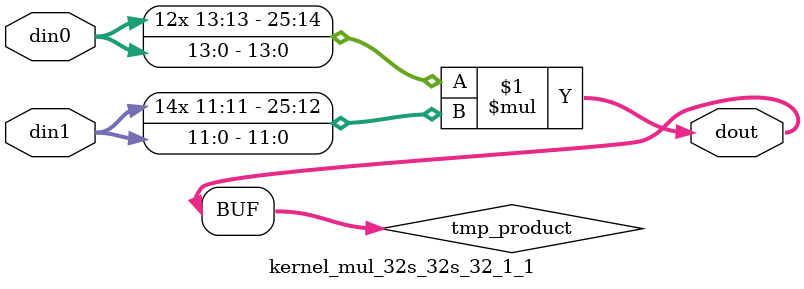
<source format=v>

`timescale 1 ns / 1 ps

  module kernel_mul_32s_32s_32_1_1(din0, din1, dout);
parameter ID = 1;
parameter NUM_STAGE = 0;
parameter din0_WIDTH = 14;
parameter din1_WIDTH = 12;
parameter dout_WIDTH = 26;

input [din0_WIDTH - 1 : 0] din0; 
input [din1_WIDTH - 1 : 0] din1; 
output [dout_WIDTH - 1 : 0] dout;

wire signed [dout_WIDTH - 1 : 0] tmp_product;













assign tmp_product = $signed(din0) * $signed(din1);








assign dout = tmp_product;







endmodule

</source>
